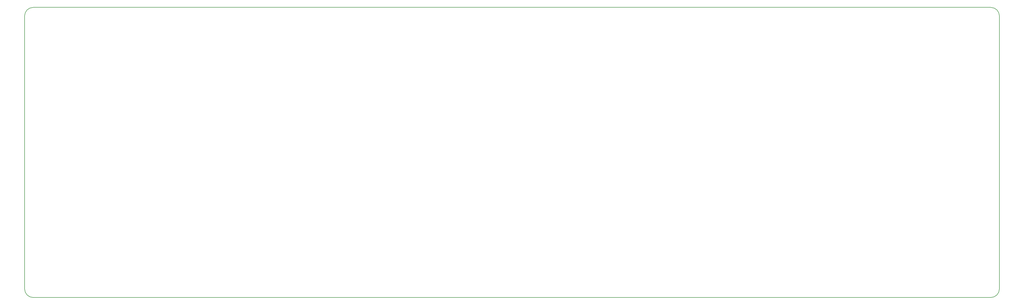
<source format=gko>
G04 #@! TF.GenerationSoftware,KiCad,Pcbnew,(6.0.7)*
G04 #@! TF.CreationDate,2022-08-30T19:15:33+09:00*
G04 #@! TF.ProjectId,keyboard-layouter-playground,6b657962-6f61-4726-942d-6c61796f7574,rev?*
G04 #@! TF.SameCoordinates,PX17eef3cPY7a5a53a*
G04 #@! TF.FileFunction,Profile,NP*
%FSLAX46Y46*%
G04 Gerber Fmt 4.6, Leading zero omitted, Abs format (unit mm)*
G04 Created by KiCad (PCBNEW (6.0.7)) date 2022-08-30 19:15:33*
%MOMM*%
%LPD*%
G01*
G04 APERTURE LIST*
G04 #@! TA.AperFunction,Profile*
%ADD10C,0.150000*%
G04 #@! TD*
G04 APERTURE END LIST*
D10*
X3000000Y101000000D02*
X336000004Y101000000D01*
X339000000Y3000000D02*
X339000000Y98000000D01*
X336000000Y0D02*
X3000004Y0D01*
X4Y3000000D02*
X0Y98000000D01*
X336000000Y54D02*
G75*
G03*
X339000000Y3000000I4J2999996D01*
G01*
X339000054Y98000000D02*
G75*
G03*
X336000004Y101000000I-3000050J-50D01*
G01*
X3000000Y100999994D02*
G75*
G03*
X0Y98000000I-6J-2999994D01*
G01*
X4Y3000000D02*
G75*
G03*
X3000004Y0I2999970J-30D01*
G01*
M02*

</source>
